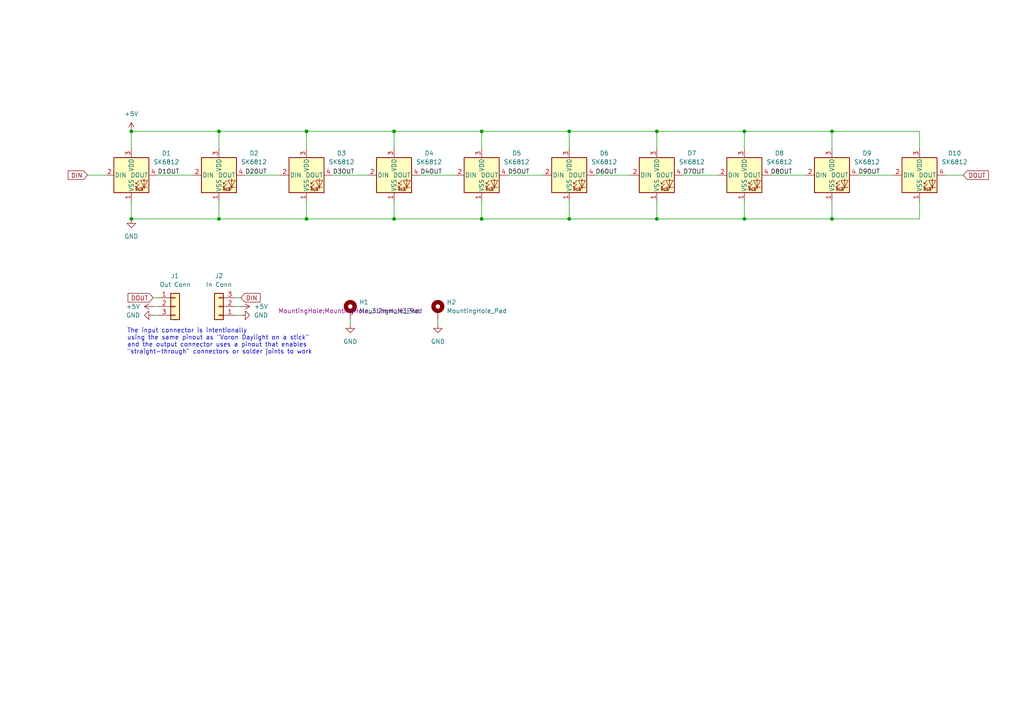
<source format=kicad_sch>
(kicad_sch (version 20230121) (generator eeschema)
  (paper "A4")
  (title_block (title "Tradrack LED Stick") (date "2024-01-05") (rev "1") (company "David Flemström"))
  (lib_symbols
    (symbol "Connector_Generic:Conn_01x03" (pin_names (offset 1.016) hide)
      (property "Reference" "J" (at 0 5.08 0))
      (property "Value" "Conn_01x03" (at 0 -5.08 0))
      (symbol "Conn_01x03_1_1"
        (rectangle (start -1.27 -2.413) (end 0 -2.667) (stroke (width 0.1524)))
        (rectangle (start -1.27 0.127) (end 0 -0.127) (stroke (width 0.1524)))
        (rectangle (start -1.27 2.667) (end 0 2.413) (stroke (width 0.1524)))
        (rectangle (start -1.27 3.81) (end 1.27 -3.81) (stroke (width 0.254)) (fill (type background)))
        (pin passive line (at -5.08 2.54 0) (length 3.81) (name "Pin_1") (number "1"))
        (pin passive line (at -5.08 0 0) (length 3.81) (name "Pin_2") (number "2"))
        (pin passive line (at -5.08 -2.54 0) (length 3.81) (name "Pin_3") (number "3"))
      )
    )
    (symbol "LED:SK6812" (pin_names (offset 0.254))
      (property "Reference" "D" (at 5.08 5.715 0))
      (property "Value" "SK6812" (at 1.27 -5.715 0))
      (symbol "SK6812_0_0"
        (text "RGB" (at 2.286 -4.191 0) (effects (font (size 0.762 0.762))))
      )
      (symbol "SK6812_0_1"
        (polyline (pts (xy 1.27 -3.556) (xy 1.778 -3.556)))
        (polyline (pts (xy 1.27 -2.54) (xy 1.778 -2.54)))
        (polyline (pts (xy 4.699 -3.556) (xy 2.667 -3.556)))
        (polyline (pts (xy 2.286 -2.54) (xy 1.27 -3.556) (xy 1.27 -3.048)))
        (polyline (pts (xy 2.286 -1.524) (xy 1.27 -2.54) (xy 1.27 -2.032)))
        (polyline (pts (xy 3.683 -1.016) (xy 3.683 -3.556) (xy 3.683 -4.064)))
        (polyline (pts (xy 4.699 -1.524) (xy 2.667 -1.524) (xy 3.683 -3.556) (xy 4.699 -1.524)))
        (rectangle (start 5.08 5.08) (end -5.08 -5.08) (stroke (width 0.254)) (fill (type background)))
      )
      (symbol "SK6812_1_1"
        (pin power_in line (at 0 -7.62 90) (length 2.54) (name "VSS") (number "1"))
        (pin input line (at -7.62 0 0) (length 2.54) (name "DIN") (number "2"))
        (pin power_in line (at 0 7.62 270) (length 2.54) (name "VDD") (number "3"))
        (pin output line (at 7.62 0 180) (length 2.54) (name "DOUT") (number "4"))
      )
    )
    (symbol "Mechanical:MountingHole_Pad" (pin_numbers hide) (pin_names (offset 1.016) hide)
      (property "Reference" "H" (at 0 6.35 0))
      (property "Value" "MountingHole_Pad" (at 0 4.445 0))
      (symbol "MountingHole_Pad_0_1"
        (circle (center 0 1.27) (radius 1.27) (stroke (width 1.27)))
      )
      (symbol "MountingHole_Pad_1_1"
        (pin input line (at 0 -2.54 90) (length 2.54) (name "1") (number "1"))
      )
    )
    (symbol "power:+5V" (power) (pin_names (offset 0))
      (property "Value" "+5V" (at 0 3.556 0))
      (symbol "+5V_0_1"
        (polyline (pts (xy -0.762 1.27) (xy 0 2.54)))
        (polyline (pts (xy 0 0) (xy 0 2.54)))
        (polyline (pts (xy 0 2.54) (xy 0.762 1.27)))
      )
      (symbol "+5V_1_1"
        (pin power_in line (at 0 0 90) (length 0) hide (name "+5V") (number "1"))
      )
    )
    (symbol "power:GND" (power) (pin_names (offset 0))
      (property "Value" "GND" (at 0 -3.81 0))
      (symbol "GND_0_1"
        (polyline (pts (xy 0 0) (xy 0 -1.27) (xy 1.27 -1.27) (xy 0 -2.54) (xy -1.27 -1.27) (xy 0 -1.27)))
      )
      (symbol "GND_1_1"
        (pin power_in line (at 0 0 270) (length 0) hide (name "GND") (number "1"))
      )
    )
  )
  (junction (at 165.1 63.5))
  (junction (at 190.5 63.5))
  (junction (at 215.9 38.1))
  (junction (at 63.5 38.1))
  (junction (at 114.3 63.5))
  (junction (at 139.7 63.5))
  (junction (at 139.7 38.1))
  (junction (at 190.5 38.1))
  (junction (at 215.9 63.5))
  (junction (at 88.9 38.1))
  (junction (at 165.1 38.1))
  (junction (at 114.3 38.1))
  (junction (at 241.3 38.1))
  (junction (at 241.3 63.5))
  (junction (at 63.5 63.5))
  (junction (at 38.1 63.5))
  (junction (at 88.9 63.5))
  (junction (at 38.1 38.1))
  (wire (pts (xy 71.12 50.8) (xy 81.28 50.8)))
  (wire (pts (xy 38.1 38.1) (xy 38.1 43.18)))
  (wire (pts (xy 241.3 63.5) (xy 215.9 63.5)))
  (wire (pts (xy 139.7 58.42) (xy 139.7 63.5)))
  (wire (pts (xy 190.5 43.18) (xy 190.5 38.1)))
  (wire (pts (xy 114.3 58.42) (xy 114.3 63.5)))
  (wire (pts (xy 68.58 91.44) (xy 69.85 91.44)))
  (wire (pts (xy 96.52 50.8) (xy 106.68 50.8)))
  (wire (pts (xy 190.5 58.42) (xy 190.5 63.5)))
  (wire (pts (xy 266.7 58.42) (xy 266.7 63.5)))
  (wire (pts (xy 139.7 43.18) (xy 139.7 38.1)))
  (wire (pts (xy 68.58 88.9) (xy 69.85 88.9)))
  (wire (pts (xy 44.45 86.36) (xy 45.72 86.36)))
  (wire (pts (xy 63.5 38.1) (xy 38.1 38.1)))
  (wire (pts (xy 198.12 50.8) (xy 208.28 50.8)))
  (wire (pts (xy 68.58 86.36) (xy 69.85 86.36)))
  (wire (pts (xy 139.7 38.1) (xy 114.3 38.1)))
  (wire (pts (xy 147.32 50.8) (xy 157.48 50.8)))
  (wire (pts (xy 190.5 63.5) (xy 165.1 63.5)))
  (wire (pts (xy 223.52 50.8) (xy 233.68 50.8)))
  (wire (pts (xy 266.7 63.5) (xy 241.3 63.5)))
  (wire (pts (xy 190.5 38.1) (xy 165.1 38.1)))
  (wire (pts (xy 215.9 63.5) (xy 190.5 63.5)))
  (wire (pts (xy 165.1 43.18) (xy 165.1 38.1)))
  (wire (pts (xy 63.5 43.18) (xy 63.5 38.1)))
  (wire (pts (xy 63.5 58.42) (xy 63.5 63.5)))
  (wire (pts (xy 172.72 50.8) (xy 182.88 50.8)))
  (wire (pts (xy 241.3 43.18) (xy 241.3 38.1)))
  (wire (pts (xy 44.45 88.9) (xy 45.72 88.9)))
  (wire (pts (xy 114.3 63.5) (xy 88.9 63.5)))
  (wire (pts (xy 88.9 63.5) (xy 63.5 63.5)))
  (wire (pts (xy 114.3 38.1) (xy 88.9 38.1)))
  (wire (pts (xy 38.1 58.42) (xy 38.1 63.5)))
  (wire (pts (xy 25.4 50.8) (xy 30.48 50.8)))
  (wire (pts (xy 45.72 50.8) (xy 55.88 50.8)))
  (wire (pts (xy 139.7 63.5) (xy 114.3 63.5)))
  (wire (pts (xy 121.92 50.8) (xy 132.08 50.8)))
  (wire (pts (xy 165.1 63.5) (xy 139.7 63.5)))
  (wire (pts (xy 165.1 38.1) (xy 139.7 38.1)))
  (wire (pts (xy 88.9 58.42) (xy 88.9 63.5)))
  (wire (pts (xy 266.7 43.18) (xy 266.7 38.1)))
  (wire (pts (xy 165.1 58.42) (xy 165.1 63.5)))
  (wire (pts (xy 88.9 43.18) (xy 88.9 38.1)))
  (wire (pts (xy 266.7 38.1) (xy 241.3 38.1)))
  (wire (pts (xy 44.45 91.44) (xy 45.72 91.44)))
  (wire (pts (xy 215.9 43.18) (xy 215.9 38.1)))
  (wire (pts (xy 101.6 92.71) (xy 101.6 93.98)))
  (wire (pts (xy 88.9 38.1) (xy 63.5 38.1)))
  (wire (pts (xy 63.5 63.5) (xy 38.1 63.5)))
  (wire (pts (xy 127 92.71) (xy 127 93.98)))
  (wire (pts (xy 215.9 58.42) (xy 215.9 63.5)))
  (wire (pts (xy 241.3 38.1) (xy 215.9 38.1)))
  (wire (pts (xy 215.9 38.1) (xy 190.5 38.1)))
  (wire (pts (xy 114.3 43.18) (xy 114.3 38.1)))
  (wire (pts (xy 248.92 50.8) (xy 259.08 50.8)))
  (wire (pts (xy 241.3 58.42) (xy 241.3 63.5)))
  (wire (pts (xy 274.32 50.8) (xy 279.4 50.8)))
  (text "The input connector is intentionally\nusing the same pinout as \"Voron Daylight on a stick\"\nand the output connector uses a pinout that enables\n\"straight-through\" connectors or solder joints to work" (at 36.83 102.87 0) (effects (font (size 1.27 1.27)) (justify left bottom)))
  (label "D6OUT" (at 172.72 50.8 0))
  (label "D8OUT" (at 223.52 50.8 0))
  (label "D1OUT" (at 45.72 50.8 0))
  (label "D3OUT" (at 96.52 50.8 0))
  (label "D9OUT" (at 248.92 50.8 0))
  (label "D7OUT" (at 198.12 50.8 0))
  (label "D4OUT" (at 121.92 50.8 0))
  (label "D5OUT" (at 147.32 50.8 0))
  (label "D2OUT" (at 71.12 50.8 0))
  (global_label "DOUT" (shape input) (at 44.45 86.36 180) (property "Intersheetrefs" "${INTERSHEET_REFS}" (effects hide)))
  (global_label "DIN" (shape input) (at 25.4 50.8 180) (property "Intersheetrefs" "${INTERSHEET_REFS}" (effects hide)))
  (global_label "DOUT" (shape input) (at 279.4 50.8 0) (property "Intersheetrefs" "${INTERSHEET_REFS}" (effects hide)))
  (global_label "DIN" (shape input) (at 69.85 86.36 0) (property "Intersheetrefs" "${INTERSHEET_REFS}" (effects hide)))
  (symbol (lib_id "LED:SK6812") (at 190.5 50.8 0) (unit 1)
    (property "Reference" "D7" (at 200.66 44.45 0))
    (property "Value" "SK6812" (at 200.66 46.99 0))
    (property "Footprint" "LED_SMD:LED_SK6812_PLCC4_5.0x5.0mm_P3.2mm" (effects hide))
    (property "Datasheet" "https://www.digikey.com/htmldatasheets/production/1857559/0/0/1/sk6812rgbw-specification.html" (effects hide))
    (property "MPN" "SKC6812RGBW-NW-B" (effects hide))
    (property "LCSC" "  C5380880" (effects hide))
  )
  (symbol (lib_id "LED:SK6812") (at 38.1 50.8 0) (unit 1)
    (property "Reference" "D1" (at 48.26 44.45 0))
    (property "Value" "SK6812" (at 48.26 46.99 0))
    (property "Footprint" "LED_SMD:LED_SK6812_PLCC4_5.0x5.0mm_P3.2mm" (effects hide))
    (property "Datasheet" "https://www.digikey.com/htmldatasheets/production/1857559/0/0/1/sk6812rgbw-specification.html" (effects hide))
    (property "MPN" "SKC6812RGBW-NW-B" (effects hide))
    (property "LCSC" "  C5380880" (effects hide))
  )
  (symbol (lib_id "LED:SK6812") (at 88.9 50.8 0) (unit 1)
    (property "Reference" "D3" (at 99.06 44.45 0))
    (property "Value" "SK6812" (at 99.06 46.99 0))
    (property "Footprint" "LED_SMD:LED_SK6812_PLCC4_5.0x5.0mm_P3.2mm" (effects hide))
    (property "Datasheet" "https://www.digikey.com/htmldatasheets/production/1857559/0/0/1/sk6812rgbw-specification.html" (effects hide))
    (property "MPN" "SKC6812RGBW-NW-B" (effects hide))
    (property "LCSC" "  C5380880" (effects hide))
  )
  (symbol (lib_id "power:GND") (at 101.6 93.98 0) (unit 1)
    (property "Reference" "#PWR07" (effects hide))
    (property "Value" "GND" (at 101.6 99.06 0))
  )
  (symbol (lib_id "power:+5V") (at 69.85 88.9 270) (unit 1)
    (property "Reference" "#PWR03" (effects hide))
    (property "Value" "+5V" (at 73.66 88.9 90) (effects (justify left)))
  )
  (symbol (lib_id "power:+5V") (at 44.45 88.9 90) (unit 1)
    (property "Reference" "#PWR05" (effects hide))
    (property "Value" "+5V" (at 40.64 88.9 90) (effects (justify left)))
  )
  (symbol (lib_id "Mechanical:MountingHole_Pad") (at 101.6 90.17 0) (unit 1)
    (property "Reference" "H1" (at 104.14 87.63 0) (effects (justify left)))
    (property "Value" "MountingHole_Pad" (at 104.14 90.17 0) (effects (justify left)))
    (property "Footprint" "MountingHole:MountingHole_3.2mm_M3_Pad" (at 101.6 90.17 0))
  )
  (symbol (lib_id "LED:SK6812") (at 215.9 50.8 0) (unit 1)
    (property "Reference" "D8" (at 226.06 44.45 0))
    (property "Value" "SK6812" (at 226.06 46.99 0))
    (property "Footprint" "LED_SMD:LED_SK6812_PLCC4_5.0x5.0mm_P3.2mm" (effects hide))
    (property "Datasheet" "https://www.digikey.com/htmldatasheets/production/1857559/0/0/1/sk6812rgbw-specification.html" (effects hide))
    (property "MPN" "SKC6812RGBW-NW-B" (effects hide))
    (property "LCSC" "  C5380880" (effects hide))
  )
  (symbol (lib_id "Mechanical:MountingHole_Pad") (at 127 90.17 0) (unit 1)
    (property "Reference" "H2" (at 129.54 87.63 0) (effects (justify left)))
    (property "Value" "MountingHole_Pad" (at 129.54 90.17 0) (effects (justify left)))
    (property "Footprint" "MountingHole:MountingHole_3.2mm_M3_Pad" (effects hide))
  )
  (symbol (lib_id "Connector_Generic:Conn_01x03") (at 50.8 88.9 0) (unit 1)
    (property "Reference" "J1" (at 49.53 80.01 0) (effects (justify left)))
    (property "Value" "Out Conn" (at 50.8 82.55 0))
    (property "Footprint" "Connector_JST:JST_XH_B3B-XH-A_1x03_P2.50mm_Vertical" (effects hide))
  )
  (symbol (lib_id "power:GND") (at 44.45 91.44 270) (unit 1)
    (property "Reference" "#PWR06" (effects hide))
    (property "Value" "GND" (at 40.64 91.44 90) (effects (justify right)))
  )
  (symbol (lib_id "LED:SK6812") (at 241.3 50.8 0) (unit 1)
    (property "Reference" "D9" (at 251.46 44.45 0))
    (property "Value" "SK6812" (at 251.46 46.99 0))
    (property "Footprint" "LED_SMD:LED_SK6812_PLCC4_5.0x5.0mm_P3.2mm" (effects hide))
    (property "Datasheet" "https://www.digikey.com/htmldatasheets/production/1857559/0/0/1/sk6812rgbw-specification.html" (effects hide))
    (property "MPN" "SKC6812RGBW-NW-B" (effects hide))
    (property "LCSC" "  C5380880" (effects hide))
  )
  (symbol (lib_id "power:GND") (at 69.85 91.44 90) (unit 1)
    (property "Reference" "#PWR04" (effects hide))
    (property "Value" "GND" (at 73.66 91.44 90) (effects (justify right)))
  )
  (symbol (lib_id "LED:SK6812") (at 63.5 50.8 0) (unit 1)
    (property "Reference" "D2" (at 73.66 44.45 0))
    (property "Value" "SK6812" (at 73.66 46.99 0))
    (property "Footprint" "LED_SMD:LED_SK6812_PLCC4_5.0x5.0mm_P3.2mm" (effects hide))
    (property "Datasheet" "https://www.digikey.com/htmldatasheets/production/1857559/0/0/1/sk6812rgbw-specification.html" (effects hide))
    (property "MPN" "SKC6812RGBW-NW-B" (effects hide))
    (property "LCSC" "  C5380880" (effects hide))
  )
  (symbol (lib_id "LED:SK6812") (at 114.3 50.8 0) (unit 1)
    (property "Reference" "D4" (at 124.46 44.45 0))
    (property "Value" "SK6812" (at 124.46 46.99 0))
    (property "Footprint" "LED_SMD:LED_SK6812_PLCC4_5.0x5.0mm_P3.2mm" (effects hide))
    (property "Datasheet" "https://www.digikey.com/htmldatasheets/production/1857559/0/0/1/sk6812rgbw-specification.html" (effects hide))
    (property "MPN" "SKC6812RGBW-NW-B" (effects hide))
    (property "LCSC" "  C5380880" (effects hide))
  )
  (symbol (lib_id "LED:SK6812") (at 266.7 50.8 0) (unit 1)
    (property "Reference" "D10" (at 276.86 44.45 0))
    (property "Value" "SK6812" (at 276.86 46.99 0))
    (property "Footprint" "LED_SMD:LED_SK6812_PLCC4_5.0x5.0mm_P3.2mm" (effects hide))
    (property "Datasheet" "https://www.digikey.com/htmldatasheets/production/1857559/0/0/1/sk6812rgbw-specification.html" (effects hide))
    (property "MPN" "SKC6812RGBW-NW-B" (effects hide))
    (property "LCSC" "  C5380880" (effects hide))
  )
  (symbol (lib_id "power:GND") (at 127 93.98 0) (unit 1)
    (property "Reference" "#PWR08" (effects hide))
    (property "Value" "GND" (at 127 99.06 0))
  )
  (symbol (lib_id "power:GND") (at 38.1 63.5 0) (unit 1)
    (property "Reference" "#PWR02" (effects hide))
    (property "Value" "GND" (at 38.1 68.58 0))
  )
  (symbol (lib_id "Connector_Generic:Conn_01x03") (at 63.5 88.9 180) (unit 1)
    (property "Reference" "J2" (at 63.5 80.01 0))
    (property "Value" "In Conn" (at 63.5 82.55 0))
    (property "Footprint" "Connector_JST:JST_XH_B3B-XH-A_1x03_P2.50mm_Vertical" (effects hide))
  )
  (symbol (lib_id "power:+5V") (at 38.1 38.1 0) (unit 1)
    (property "Reference" "#PWR01" (effects hide))
    (property "Value" "+5V" (at 38.1 33.02 0))
  )
  (symbol (lib_id "LED:SK6812") (at 165.1 50.8 0) (unit 1)
    (property "Reference" "D6" (at 175.26 44.45 0))
    (property "Value" "SK6812" (at 175.26 46.99 0))
    (property "Footprint" "LED_SMD:LED_SK6812_PLCC4_5.0x5.0mm_P3.2mm" (effects hide))
    (property "Datasheet" "https://www.digikey.com/htmldatasheets/production/1857559/0/0/1/sk6812rgbw-specification.html" (effects hide))
    (property "MPN" "SKC6812RGBW-NW-B" (effects hide))
    (property "LCSC" "  C5380880" (effects hide))
  )
  (symbol (lib_id "LED:SK6812") (at 139.7 50.8 0) (unit 1)
    (property "Reference" "D5" (at 149.86 44.45 0))
    (property "Value" "SK6812" (at 149.86 46.99 0))
    (property "Footprint" "LED_SMD:LED_SK6812_PLCC4_5.0x5.0mm_P3.2mm" (effects hide))
    (property "Datasheet" "https://www.digikey.com/htmldatasheets/production/1857559/0/0/1/sk6812rgbw-specification.html" (effects hide))
    (property "MPN" "SKC6812RGBW-NW-B" (effects hide))
    (property "LCSC" "  C5380880" (effects hide))
  )
)
</source>
